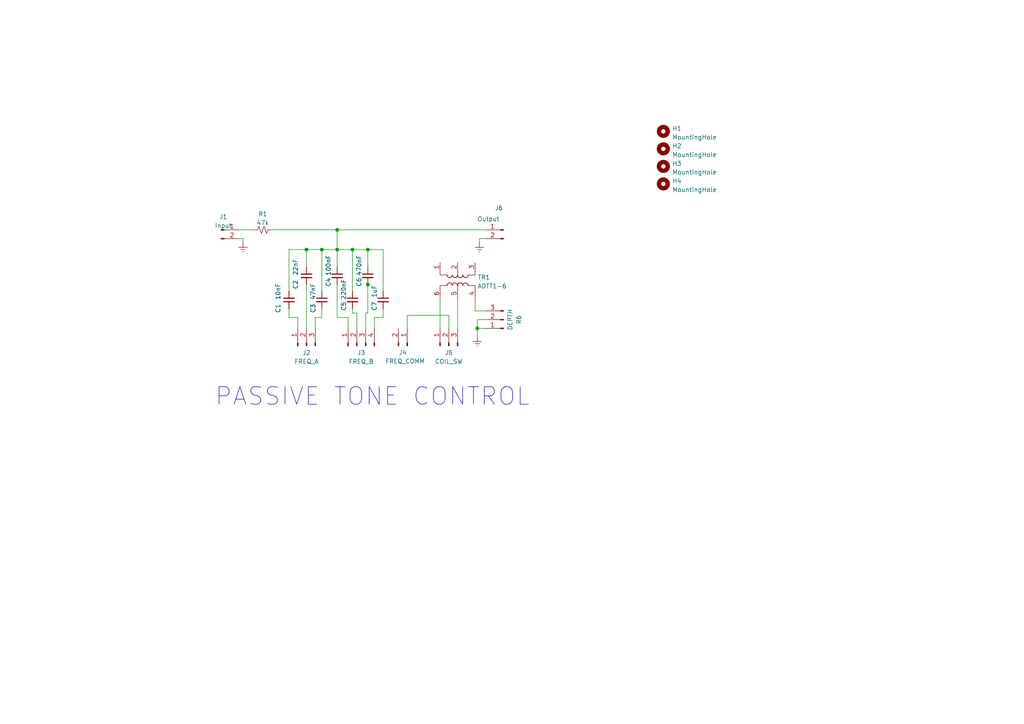
<source format=kicad_sch>
(kicad_sch (version 20211123) (generator eeschema)

  (uuid 8ec51121-6d80-4ad3-8ed7-33d09e783996)

  (paper "A4")

  (lib_symbols
    (symbol "Connector:Conn_01x02_Male" (pin_names (offset 1.016) hide) (in_bom yes) (on_board yes)
      (property "Reference" "J" (id 0) (at 0 2.54 0)
        (effects (font (size 1.27 1.27)))
      )
      (property "Value" "Conn_01x02_Male" (id 1) (at 0 -5.08 0)
        (effects (font (size 1.27 1.27)))
      )
      (property "Footprint" "" (id 2) (at 0 0 0)
        (effects (font (size 1.27 1.27)) hide)
      )
      (property "Datasheet" "~" (id 3) (at 0 0 0)
        (effects (font (size 1.27 1.27)) hide)
      )
      (property "ki_keywords" "connector" (id 4) (at 0 0 0)
        (effects (font (size 1.27 1.27)) hide)
      )
      (property "ki_description" "Generic connector, single row, 01x02, script generated (kicad-library-utils/schlib/autogen/connector/)" (id 5) (at 0 0 0)
        (effects (font (size 1.27 1.27)) hide)
      )
      (property "ki_fp_filters" "Connector*:*_1x??_*" (id 6) (at 0 0 0)
        (effects (font (size 1.27 1.27)) hide)
      )
      (symbol "Conn_01x02_Male_1_1"
        (polyline
          (pts
            (xy 1.27 -2.54)
            (xy 0.8636 -2.54)
          )
          (stroke (width 0.1524) (type default) (color 0 0 0 0))
          (fill (type none))
        )
        (polyline
          (pts
            (xy 1.27 0)
            (xy 0.8636 0)
          )
          (stroke (width 0.1524) (type default) (color 0 0 0 0))
          (fill (type none))
        )
        (rectangle (start 0.8636 -2.413) (end 0 -2.667)
          (stroke (width 0.1524) (type default) (color 0 0 0 0))
          (fill (type outline))
        )
        (rectangle (start 0.8636 0.127) (end 0 -0.127)
          (stroke (width 0.1524) (type default) (color 0 0 0 0))
          (fill (type outline))
        )
        (pin passive line (at 5.08 0 180) (length 3.81)
          (name "Pin_1" (effects (font (size 1.27 1.27))))
          (number "1" (effects (font (size 1.27 1.27))))
        )
        (pin passive line (at 5.08 -2.54 180) (length 3.81)
          (name "Pin_2" (effects (font (size 1.27 1.27))))
          (number "2" (effects (font (size 1.27 1.27))))
        )
      )
    )
    (symbol "Connector:Conn_01x03_Male" (pin_names (offset 1.016) hide) (in_bom yes) (on_board yes)
      (property "Reference" "J" (id 0) (at 0 5.08 0)
        (effects (font (size 1.27 1.27)))
      )
      (property "Value" "Conn_01x03_Male" (id 1) (at 0 -5.08 0)
        (effects (font (size 1.27 1.27)))
      )
      (property "Footprint" "" (id 2) (at 0 0 0)
        (effects (font (size 1.27 1.27)) hide)
      )
      (property "Datasheet" "~" (id 3) (at 0 0 0)
        (effects (font (size 1.27 1.27)) hide)
      )
      (property "ki_keywords" "connector" (id 4) (at 0 0 0)
        (effects (font (size 1.27 1.27)) hide)
      )
      (property "ki_description" "Generic connector, single row, 01x03, script generated (kicad-library-utils/schlib/autogen/connector/)" (id 5) (at 0 0 0)
        (effects (font (size 1.27 1.27)) hide)
      )
      (property "ki_fp_filters" "Connector*:*_1x??_*" (id 6) (at 0 0 0)
        (effects (font (size 1.27 1.27)) hide)
      )
      (symbol "Conn_01x03_Male_1_1"
        (polyline
          (pts
            (xy 1.27 -2.54)
            (xy 0.8636 -2.54)
          )
          (stroke (width 0.1524) (type default) (color 0 0 0 0))
          (fill (type none))
        )
        (polyline
          (pts
            (xy 1.27 0)
            (xy 0.8636 0)
          )
          (stroke (width 0.1524) (type default) (color 0 0 0 0))
          (fill (type none))
        )
        (polyline
          (pts
            (xy 1.27 2.54)
            (xy 0.8636 2.54)
          )
          (stroke (width 0.1524) (type default) (color 0 0 0 0))
          (fill (type none))
        )
        (rectangle (start 0.8636 -2.413) (end 0 -2.667)
          (stroke (width 0.1524) (type default) (color 0 0 0 0))
          (fill (type outline))
        )
        (rectangle (start 0.8636 0.127) (end 0 -0.127)
          (stroke (width 0.1524) (type default) (color 0 0 0 0))
          (fill (type outline))
        )
        (rectangle (start 0.8636 2.667) (end 0 2.413)
          (stroke (width 0.1524) (type default) (color 0 0 0 0))
          (fill (type outline))
        )
        (pin passive line (at 5.08 2.54 180) (length 3.81)
          (name "Pin_1" (effects (font (size 1.27 1.27))))
          (number "1" (effects (font (size 1.27 1.27))))
        )
        (pin passive line (at 5.08 0 180) (length 3.81)
          (name "Pin_2" (effects (font (size 1.27 1.27))))
          (number "2" (effects (font (size 1.27 1.27))))
        )
        (pin passive line (at 5.08 -2.54 180) (length 3.81)
          (name "Pin_3" (effects (font (size 1.27 1.27))))
          (number "3" (effects (font (size 1.27 1.27))))
        )
      )
    )
    (symbol "Connector:Conn_01x04_Male" (pin_names (offset 1.016) hide) (in_bom yes) (on_board yes)
      (property "Reference" "J" (id 0) (at 0 5.08 0)
        (effects (font (size 1.27 1.27)))
      )
      (property "Value" "Conn_01x04_Male" (id 1) (at 0 -7.62 0)
        (effects (font (size 1.27 1.27)))
      )
      (property "Footprint" "" (id 2) (at 0 0 0)
        (effects (font (size 1.27 1.27)) hide)
      )
      (property "Datasheet" "~" (id 3) (at 0 0 0)
        (effects (font (size 1.27 1.27)) hide)
      )
      (property "ki_keywords" "connector" (id 4) (at 0 0 0)
        (effects (font (size 1.27 1.27)) hide)
      )
      (property "ki_description" "Generic connector, single row, 01x04, script generated (kicad-library-utils/schlib/autogen/connector/)" (id 5) (at 0 0 0)
        (effects (font (size 1.27 1.27)) hide)
      )
      (property "ki_fp_filters" "Connector*:*_1x??_*" (id 6) (at 0 0 0)
        (effects (font (size 1.27 1.27)) hide)
      )
      (symbol "Conn_01x04_Male_1_1"
        (polyline
          (pts
            (xy 1.27 -5.08)
            (xy 0.8636 -5.08)
          )
          (stroke (width 0.1524) (type default) (color 0 0 0 0))
          (fill (type none))
        )
        (polyline
          (pts
            (xy 1.27 -2.54)
            (xy 0.8636 -2.54)
          )
          (stroke (width 0.1524) (type default) (color 0 0 0 0))
          (fill (type none))
        )
        (polyline
          (pts
            (xy 1.27 0)
            (xy 0.8636 0)
          )
          (stroke (width 0.1524) (type default) (color 0 0 0 0))
          (fill (type none))
        )
        (polyline
          (pts
            (xy 1.27 2.54)
            (xy 0.8636 2.54)
          )
          (stroke (width 0.1524) (type default) (color 0 0 0 0))
          (fill (type none))
        )
        (rectangle (start 0.8636 -4.953) (end 0 -5.207)
          (stroke (width 0.1524) (type default) (color 0 0 0 0))
          (fill (type outline))
        )
        (rectangle (start 0.8636 -2.413) (end 0 -2.667)
          (stroke (width 0.1524) (type default) (color 0 0 0 0))
          (fill (type outline))
        )
        (rectangle (start 0.8636 0.127) (end 0 -0.127)
          (stroke (width 0.1524) (type default) (color 0 0 0 0))
          (fill (type outline))
        )
        (rectangle (start 0.8636 2.667) (end 0 2.413)
          (stroke (width 0.1524) (type default) (color 0 0 0 0))
          (fill (type outline))
        )
        (pin passive line (at 5.08 2.54 180) (length 3.81)
          (name "Pin_1" (effects (font (size 1.27 1.27))))
          (number "1" (effects (font (size 1.27 1.27))))
        )
        (pin passive line (at 5.08 0 180) (length 3.81)
          (name "Pin_2" (effects (font (size 1.27 1.27))))
          (number "2" (effects (font (size 1.27 1.27))))
        )
        (pin passive line (at 5.08 -2.54 180) (length 3.81)
          (name "Pin_3" (effects (font (size 1.27 1.27))))
          (number "3" (effects (font (size 1.27 1.27))))
        )
        (pin passive line (at 5.08 -5.08 180) (length 3.81)
          (name "Pin_4" (effects (font (size 1.27 1.27))))
          (number "4" (effects (font (size 1.27 1.27))))
        )
      )
    )
    (symbol "Device:C_Small" (pin_numbers hide) (pin_names (offset 0.254) hide) (in_bom yes) (on_board yes)
      (property "Reference" "C" (id 0) (at 0.254 1.778 0)
        (effects (font (size 1.27 1.27)) (justify left))
      )
      (property "Value" "C_Small" (id 1) (at 0.254 -2.032 0)
        (effects (font (size 1.27 1.27)) (justify left))
      )
      (property "Footprint" "" (id 2) (at 0 0 0)
        (effects (font (size 1.27 1.27)) hide)
      )
      (property "Datasheet" "~" (id 3) (at 0 0 0)
        (effects (font (size 1.27 1.27)) hide)
      )
      (property "ki_keywords" "capacitor cap" (id 4) (at 0 0 0)
        (effects (font (size 1.27 1.27)) hide)
      )
      (property "ki_description" "Unpolarized capacitor, small symbol" (id 5) (at 0 0 0)
        (effects (font (size 1.27 1.27)) hide)
      )
      (property "ki_fp_filters" "C_*" (id 6) (at 0 0 0)
        (effects (font (size 1.27 1.27)) hide)
      )
      (symbol "C_Small_0_1"
        (polyline
          (pts
            (xy -1.524 -0.508)
            (xy 1.524 -0.508)
          )
          (stroke (width 0.3302) (type default) (color 0 0 0 0))
          (fill (type none))
        )
        (polyline
          (pts
            (xy -1.524 0.508)
            (xy 1.524 0.508)
          )
          (stroke (width 0.3048) (type default) (color 0 0 0 0))
          (fill (type none))
        )
      )
      (symbol "C_Small_1_1"
        (pin passive line (at 0 2.54 270) (length 2.032)
          (name "~" (effects (font (size 1.27 1.27))))
          (number "1" (effects (font (size 1.27 1.27))))
        )
        (pin passive line (at 0 -2.54 90) (length 2.032)
          (name "~" (effects (font (size 1.27 1.27))))
          (number "2" (effects (font (size 1.27 1.27))))
        )
      )
    )
    (symbol "Device:R_Small_US" (pin_numbers hide) (pin_names (offset 0.254) hide) (in_bom yes) (on_board yes)
      (property "Reference" "R" (id 0) (at 0.762 0.508 0)
        (effects (font (size 1.27 1.27)) (justify left))
      )
      (property "Value" "R_Small_US" (id 1) (at 0.762 -1.016 0)
        (effects (font (size 1.27 1.27)) (justify left))
      )
      (property "Footprint" "" (id 2) (at 0 0 0)
        (effects (font (size 1.27 1.27)) hide)
      )
      (property "Datasheet" "~" (id 3) (at 0 0 0)
        (effects (font (size 1.27 1.27)) hide)
      )
      (property "ki_keywords" "r resistor" (id 4) (at 0 0 0)
        (effects (font (size 1.27 1.27)) hide)
      )
      (property "ki_description" "Resistor, small US symbol" (id 5) (at 0 0 0)
        (effects (font (size 1.27 1.27)) hide)
      )
      (property "ki_fp_filters" "R_*" (id 6) (at 0 0 0)
        (effects (font (size 1.27 1.27)) hide)
      )
      (symbol "R_Small_US_1_1"
        (polyline
          (pts
            (xy 0 0)
            (xy 1.016 -0.381)
            (xy 0 -0.762)
            (xy -1.016 -1.143)
            (xy 0 -1.524)
          )
          (stroke (width 0) (type default) (color 0 0 0 0))
          (fill (type none))
        )
        (polyline
          (pts
            (xy 0 1.524)
            (xy 1.016 1.143)
            (xy 0 0.762)
            (xy -1.016 0.381)
            (xy 0 0)
          )
          (stroke (width 0) (type default) (color 0 0 0 0))
          (fill (type none))
        )
        (pin passive line (at 0 2.54 270) (length 1.016)
          (name "~" (effects (font (size 1.27 1.27))))
          (number "1" (effects (font (size 1.27 1.27))))
        )
        (pin passive line (at 0 -2.54 90) (length 1.016)
          (name "~" (effects (font (size 1.27 1.27))))
          (number "2" (effects (font (size 1.27 1.27))))
        )
      )
    )
    (symbol "Mechanical:MountingHole" (pin_names (offset 1.016)) (in_bom yes) (on_board yes)
      (property "Reference" "H" (id 0) (at 0 5.08 0)
        (effects (font (size 1.27 1.27)))
      )
      (property "Value" "MountingHole" (id 1) (at 0 3.175 0)
        (effects (font (size 1.27 1.27)))
      )
      (property "Footprint" "" (id 2) (at 0 0 0)
        (effects (font (size 1.27 1.27)) hide)
      )
      (property "Datasheet" "~" (id 3) (at 0 0 0)
        (effects (font (size 1.27 1.27)) hide)
      )
      (property "ki_keywords" "mounting hole" (id 4) (at 0 0 0)
        (effects (font (size 1.27 1.27)) hide)
      )
      (property "ki_description" "Mounting Hole without connection" (id 5) (at 0 0 0)
        (effects (font (size 1.27 1.27)) hide)
      )
      (property "ki_fp_filters" "MountingHole*" (id 6) (at 0 0 0)
        (effects (font (size 1.27 1.27)) hide)
      )
      (symbol "MountingHole_0_1"
        (circle (center 0 0) (radius 1.27)
          (stroke (width 1.27) (type default) (color 0 0 0 0))
          (fill (type none))
        )
      )
    )
    (symbol "Transformer:ADTT1-6" (pin_names hide) (in_bom yes) (on_board yes)
      (property "Reference" "TR" (id 0) (at 0 6.35 0)
        (effects (font (size 1.27 1.27)))
      )
      (property "Value" "ADTT1-6" (id 1) (at 0 -6.35 0)
        (effects (font (size 1.27 1.27)))
      )
      (property "Footprint" "RF_Mini-Circuits:Mini-Circuits_CD637_H5.23mm" (id 2) (at 0 -8.89 0)
        (effects (font (size 1.27 1.27)) hide)
      )
      (property "Datasheet" "https://www.minicircuits.com/pdfs/ADTT1-6+.pdf" (id 3) (at 0 0 0)
        (effects (font (size 1.27 1.27)) hide)
      )
      (property "ki_keywords" "Mini-Circuits RF Transformer" (id 4) (at 0 0 0)
        (effects (font (size 1.27 1.27)) hide)
      )
      (property "ki_description" "0.015-100MHz 1:1 RF Transformer, Unbalanced to Balanced Center Tap at Primary/Secondary, CD637" (id 5) (at 0 0 0)
        (effects (font (size 1.27 1.27)) hide)
      )
      (property "ki_fp_filters" "Mini?Circuits*CD637*" (id 6) (at 0 0 0)
        (effects (font (size 1.27 1.27)) hide)
      )
      (symbol "ADTT1-6_0_1"
        (arc (start -1.524 -3.048) (mid -0.762 -2.286) (end -1.524 -1.524)
          (stroke (width 0.2032) (type default) (color 0 0 0 0))
          (fill (type none))
        )
        (arc (start -1.524 -1.524) (mid -0.762 -0.762) (end -1.524 0)
          (stroke (width 0.2032) (type default) (color 0 0 0 0))
          (fill (type none))
        )
        (arc (start -1.524 0) (mid -0.762 0.762) (end -1.524 1.524)
          (stroke (width 0.2032) (type default) (color 0 0 0 0))
          (fill (type none))
        )
        (arc (start -1.524 1.524) (mid -0.762 2.286) (end -1.524 3.048)
          (stroke (width 0.2032) (type default) (color 0 0 0 0))
          (fill (type none))
        )
        (polyline
          (pts
            (xy -2.54 0)
            (xy -1.27 0)
          )
          (stroke (width 0) (type default) (color 0 0 0 0))
          (fill (type none))
        )
        (polyline
          (pts
            (xy 2.54 0)
            (xy 1.27 0)
          )
          (stroke (width 0.1524) (type default) (color 0 0 0 0))
          (fill (type none))
        )
        (polyline
          (pts
            (xy -2.54 5.08)
            (xy -1.524 5.08)
            (xy -1.524 3.048)
          )
          (stroke (width 0.1524) (type default) (color 0 0 0 0))
          (fill (type none))
        )
        (polyline
          (pts
            (xy -1.524 -3.048)
            (xy -1.524 -5.08)
            (xy -2.54 -5.08)
          )
          (stroke (width 0.1524) (type default) (color 0 0 0 0))
          (fill (type none))
        )
        (polyline
          (pts
            (xy 1.524 3.048)
            (xy 1.524 5.08)
            (xy 2.54 5.08)
          )
          (stroke (width 0.1524) (type default) (color 0 0 0 0))
          (fill (type none))
        )
        (polyline
          (pts
            (xy 2.54 -5.08)
            (xy 1.524 -5.08)
            (xy 1.524 -3.048)
          )
          (stroke (width 0.1524) (type default) (color 0 0 0 0))
          (fill (type none))
        )
        (arc (start 1.524 -1.524) (mid 0.762 -2.286) (end 1.524 -3.048)
          (stroke (width 0.2032) (type default) (color 0 0 0 0))
          (fill (type none))
        )
        (arc (start 1.524 0) (mid 0.762 -0.762) (end 1.524 -1.524)
          (stroke (width 0.2032) (type default) (color 0 0 0 0))
          (fill (type none))
        )
        (arc (start 1.524 1.524) (mid 0.762 0.762) (end 1.524 0)
          (stroke (width 0.2032) (type default) (color 0 0 0 0))
          (fill (type none))
        )
        (arc (start 1.524 3.048) (mid 0.762 2.286) (end 1.524 1.524)
          (stroke (width 0.2032) (type default) (color 0 0 0 0))
          (fill (type none))
        )
      )
      (symbol "ADTT1-6_1_1"
        (pin passive line (at -5.08 -5.08 0) (length 2.54)
          (name "~" (effects (font (size 1.27 1.27))))
          (number "1" (effects (font (size 1.27 1.27))))
        )
        (pin passive line (at -5.08 0 0) (length 2.54)
          (name "~" (effects (font (size 1.27 1.27))))
          (number "2" (effects (font (size 1.27 1.27))))
        )
        (pin passive line (at -5.08 5.08 0) (length 2.54)
          (name "~" (effects (font (size 1.27 1.27))))
          (number "3" (effects (font (size 1.27 1.27))))
        )
        (pin passive line (at 5.08 5.08 180) (length 2.54)
          (name "~" (effects (font (size 1.27 1.27))))
          (number "4" (effects (font (size 1.27 1.27))))
        )
        (pin passive line (at 5.08 0 180) (length 2.54)
          (name "~" (effects (font (size 1.27 1.27))))
          (number "5" (effects (font (size 1.27 1.27))))
        )
        (pin passive line (at 5.08 -5.08 180) (length 2.54)
          (name "~" (effects (font (size 1.27 1.27))))
          (number "6" (effects (font (size 1.27 1.27))))
        )
      )
    )
    (symbol "power:Earth" (power) (pin_names (offset 0)) (in_bom yes) (on_board yes)
      (property "Reference" "#PWR" (id 0) (at 0 -6.35 0)
        (effects (font (size 1.27 1.27)) hide)
      )
      (property "Value" "Earth" (id 1) (at 0 -3.81 0)
        (effects (font (size 1.27 1.27)) hide)
      )
      (property "Footprint" "" (id 2) (at 0 0 0)
        (effects (font (size 1.27 1.27)) hide)
      )
      (property "Datasheet" "~" (id 3) (at 0 0 0)
        (effects (font (size 1.27 1.27)) hide)
      )
      (property "ki_keywords" "power-flag ground gnd" (id 4) (at 0 0 0)
        (effects (font (size 1.27 1.27)) hide)
      )
      (property "ki_description" "Power symbol creates a global label with name \"Earth\"" (id 5) (at 0 0 0)
        (effects (font (size 1.27 1.27)) hide)
      )
      (symbol "Earth_0_1"
        (polyline
          (pts
            (xy -0.635 -1.905)
            (xy 0.635 -1.905)
          )
          (stroke (width 0) (type default) (color 0 0 0 0))
          (fill (type none))
        )
        (polyline
          (pts
            (xy -0.127 -2.54)
            (xy 0.127 -2.54)
          )
          (stroke (width 0) (type default) (color 0 0 0 0))
          (fill (type none))
        )
        (polyline
          (pts
            (xy 0 -1.27)
            (xy 0 0)
          )
          (stroke (width 0) (type default) (color 0 0 0 0))
          (fill (type none))
        )
        (polyline
          (pts
            (xy 1.27 -1.27)
            (xy -1.27 -1.27)
          )
          (stroke (width 0) (type default) (color 0 0 0 0))
          (fill (type none))
        )
      )
      (symbol "Earth_1_1"
        (pin power_in line (at 0 0 270) (length 0) hide
          (name "Earth" (effects (font (size 1.27 1.27))))
          (number "1" (effects (font (size 1.27 1.27))))
        )
      )
    )
  )

  (junction (at 106.68 82.55) (diameter 0) (color 0 0 0 0)
    (uuid 38a975a4-f38d-442d-a249-d57ccf3fcfc4)
  )
  (junction (at 106.68 72.39) (diameter 0) (color 0 0 0 0)
    (uuid 72705d50-abf7-42a2-ad2f-451bbcf24704)
  )
  (junction (at 138.43 95.25) (diameter 0) (color 0 0 0 0)
    (uuid 8506540d-88f2-49af-8960-51cdbf6b92bf)
  )
  (junction (at 97.79 72.39) (diameter 0) (color 0 0 0 0)
    (uuid aa8d97d0-cef9-4037-83ee-efcacf407393)
  )
  (junction (at 97.79 66.675) (diameter 0) (color 0 0 0 0)
    (uuid c075f656-2cd5-4d47-8e27-bf419b8b5b4a)
  )
  (junction (at 93.345 72.39) (diameter 0) (color 0 0 0 0)
    (uuid cbbd11a0-0d0b-45a4-8113-89933d363077)
  )
  (junction (at 102.235 72.39) (diameter 0) (color 0 0 0 0)
    (uuid e2d52a27-0c62-4a70-9409-abaeff56ceef)
  )
  (junction (at 88.9 72.39) (diameter 0) (color 0 0 0 0)
    (uuid e422567b-086b-44e6-9ac5-c5e900652b7f)
  )

  (wire (pts (xy 83.82 89.535) (xy 83.82 92.075))
    (stroke (width 0) (type default) (color 0 0 0 0))
    (uuid 01664450-e581-4ed7-a559-059ed3310b9c)
  )
  (wire (pts (xy 138.43 95.25) (xy 140.97 95.25))
    (stroke (width 0) (type default) (color 0 0 0 0))
    (uuid 0560dee9-5e89-4f8b-96ea-b97ddaeaa0f7)
  )
  (wire (pts (xy 93.345 92.075) (xy 91.44 92.075))
    (stroke (width 0) (type default) (color 0 0 0 0))
    (uuid 0a5e0e08-543a-45e4-959e-509ead423ccd)
  )
  (wire (pts (xy 88.9 82.55) (xy 88.9 95.25))
    (stroke (width 0) (type default) (color 0 0 0 0))
    (uuid 0f2dd4ce-f34c-4149-82dd-a40dd022416a)
  )
  (wire (pts (xy 86.36 92.075) (xy 86.36 95.25))
    (stroke (width 0) (type default) (color 0 0 0 0))
    (uuid 0fd8a72f-1d0b-409a-8e3c-88802bcae008)
  )
  (wire (pts (xy 88.9 72.39) (xy 93.345 72.39))
    (stroke (width 0) (type default) (color 0 0 0 0))
    (uuid 16f193ee-06a2-4ccf-8156-e4ab8e890eae)
  )
  (wire (pts (xy 97.79 92.075) (xy 100.965 92.075))
    (stroke (width 0) (type default) (color 0 0 0 0))
    (uuid 1f91edaa-b855-4e39-9ea0-34aee5dfb8b8)
  )
  (wire (pts (xy 106.68 81.915) (xy 106.68 82.55))
    (stroke (width 0) (type default) (color 0 0 0 0))
    (uuid 25cb09b4-72c3-425e-8bdf-3a9debc48d2e)
  )
  (wire (pts (xy 106.68 72.39) (xy 111.125 72.39))
    (stroke (width 0) (type default) (color 0 0 0 0))
    (uuid 325db192-d959-48e2-988b-e74099ef112d)
  )
  (wire (pts (xy 97.79 66.675) (xy 140.97 66.675))
    (stroke (width 0) (type default) (color 0 0 0 0))
    (uuid 3fff8a70-90fd-47e6-b4c3-deba71cc0ee4)
  )
  (wire (pts (xy 106.68 82.55) (xy 106.68 90.805))
    (stroke (width 0) (type default) (color 0 0 0 0))
    (uuid 4344ec0f-a4cf-4267-9c19-34c60dcd1d82)
  )
  (wire (pts (xy 130.175 91.44) (xy 118.11 91.44))
    (stroke (width 0) (type default) (color 0 0 0 0))
    (uuid 4a1a3798-6e5d-4e0d-8e84-6678ba92d707)
  )
  (wire (pts (xy 140.97 69.215) (xy 139.065 69.215))
    (stroke (width 0) (type default) (color 0 0 0 0))
    (uuid 4d580b47-4208-4342-8b73-2d43f7c84445)
  )
  (wire (pts (xy 106.68 90.805) (xy 106.045 90.805))
    (stroke (width 0) (type default) (color 0 0 0 0))
    (uuid 4f3e01e7-200f-4ab9-b521-218d9cb73764)
  )
  (wire (pts (xy 91.44 92.075) (xy 91.44 95.25))
    (stroke (width 0) (type default) (color 0 0 0 0))
    (uuid 55b9b5b2-205e-4da3-bfed-849f7d4660cc)
  )
  (wire (pts (xy 102.235 72.39) (xy 106.68 72.39))
    (stroke (width 0) (type default) (color 0 0 0 0))
    (uuid 57a46e09-4034-47e1-83da-cab1ba6fc0ed)
  )
  (wire (pts (xy 140.97 90.17) (xy 137.795 90.17))
    (stroke (width 0) (type default) (color 0 0 0 0))
    (uuid 629cba25-81bf-4d53-b375-fafdbacec8d6)
  )
  (wire (pts (xy 97.79 72.39) (xy 102.235 72.39))
    (stroke (width 0) (type default) (color 0 0 0 0))
    (uuid 68f3458b-a128-4c57-929c-69dccf34fcfc)
  )
  (wire (pts (xy 70.485 69.215) (xy 70.485 70.485))
    (stroke (width 0) (type default) (color 0 0 0 0))
    (uuid 78774a1b-1719-40d8-a58c-041dc213c899)
  )
  (wire (pts (xy 130.175 95.25) (xy 130.175 91.44))
    (stroke (width 0) (type default) (color 0 0 0 0))
    (uuid 813aca0c-cf17-4ea4-812a-fa728231c338)
  )
  (wire (pts (xy 97.79 72.39) (xy 97.79 77.47))
    (stroke (width 0) (type default) (color 0 0 0 0))
    (uuid 821b532c-ff47-480b-ae83-4dd9291554a1)
  )
  (wire (pts (xy 108.585 92.075) (xy 111.125 92.075))
    (stroke (width 0) (type default) (color 0 0 0 0))
    (uuid 84cbe232-73a2-46e8-9a21-6b147c0816c4)
  )
  (wire (pts (xy 139.065 69.215) (xy 139.065 70.485))
    (stroke (width 0) (type default) (color 0 0 0 0))
    (uuid 870660cd-a3a9-4c50-85cc-5fc69c6dfb59)
  )
  (wire (pts (xy 83.82 72.39) (xy 88.9 72.39))
    (stroke (width 0) (type default) (color 0 0 0 0))
    (uuid 87d35638-324b-41bb-81d8-9a3073eba30f)
  )
  (wire (pts (xy 137.795 90.17) (xy 137.795 86.36))
    (stroke (width 0) (type default) (color 0 0 0 0))
    (uuid 8f9e37b5-6f33-475f-93d7-cb9c528b5782)
  )
  (wire (pts (xy 138.43 95.25) (xy 138.43 97.79))
    (stroke (width 0) (type default) (color 0 0 0 0))
    (uuid 91901c03-3593-4665-8092-bdea7f2b715a)
  )
  (wire (pts (xy 111.125 72.39) (xy 111.125 84.455))
    (stroke (width 0) (type default) (color 0 0 0 0))
    (uuid 9453f3b0-6e52-4eb4-8f2a-d1ec442ded2f)
  )
  (wire (pts (xy 102.235 90.805) (xy 103.505 90.805))
    (stroke (width 0) (type default) (color 0 0 0 0))
    (uuid 94d3c9f3-d5bd-4e43-a9e5-aec2ccf8fc39)
  )
  (wire (pts (xy 106.045 90.805) (xy 106.045 95.25))
    (stroke (width 0) (type default) (color 0 0 0 0))
    (uuid 9b787fdc-6708-4eb1-9e94-0ffc32cce781)
  )
  (wire (pts (xy 102.235 89.535) (xy 102.235 90.805))
    (stroke (width 0) (type default) (color 0 0 0 0))
    (uuid 9bc19239-cfea-4397-bb49-dfd573011687)
  )
  (wire (pts (xy 132.715 86.36) (xy 132.715 95.25))
    (stroke (width 0) (type default) (color 0 0 0 0))
    (uuid a57b4d38-4f9e-4ad0-9f55-1f2e34afe032)
  )
  (wire (pts (xy 106.68 72.39) (xy 106.68 77.47))
    (stroke (width 0) (type default) (color 0 0 0 0))
    (uuid a8953369-2076-46fd-9467-a80acbc7b3e7)
  )
  (wire (pts (xy 138.43 92.71) (xy 138.43 95.25))
    (stroke (width 0) (type default) (color 0 0 0 0))
    (uuid a9fa43f8-4de6-4621-9f9e-29c5b7a65615)
  )
  (wire (pts (xy 140.97 92.71) (xy 138.43 92.71))
    (stroke (width 0) (type default) (color 0 0 0 0))
    (uuid afc850a9-014b-4af2-8b9a-e6d76451dee4)
  )
  (wire (pts (xy 111.125 89.535) (xy 111.125 92.075))
    (stroke (width 0) (type default) (color 0 0 0 0))
    (uuid b197e821-5c6e-488c-87fc-b6efc60fdd97)
  )
  (wire (pts (xy 88.9 72.39) (xy 88.9 77.47))
    (stroke (width 0) (type default) (color 0 0 0 0))
    (uuid b29eed83-a046-4176-adaa-47235b6728eb)
  )
  (wire (pts (xy 78.74 66.675) (xy 97.79 66.675))
    (stroke (width 0) (type default) (color 0 0 0 0))
    (uuid b3062374-f30a-4465-a40d-af5bf64cc273)
  )
  (wire (pts (xy 118.11 91.44) (xy 118.11 95.25))
    (stroke (width 0) (type default) (color 0 0 0 0))
    (uuid b6be720c-4812-4dee-aae7-4a917a122724)
  )
  (wire (pts (xy 83.82 92.075) (xy 86.36 92.075))
    (stroke (width 0) (type default) (color 0 0 0 0))
    (uuid c2a262dc-8e1a-4d6b-b105-260a9e33955c)
  )
  (wire (pts (xy 69.215 69.215) (xy 70.485 69.215))
    (stroke (width 0) (type default) (color 0 0 0 0))
    (uuid c2cffb9a-5b55-4886-89b5-5968c17d036a)
  )
  (wire (pts (xy 108.585 95.25) (xy 108.585 92.075))
    (stroke (width 0) (type default) (color 0 0 0 0))
    (uuid c42e0606-11fe-4d67-a416-83ab93708e91)
  )
  (wire (pts (xy 93.345 89.535) (xy 93.345 92.075))
    (stroke (width 0) (type default) (color 0 0 0 0))
    (uuid c664eaec-79f4-4f5d-a53f-fb89fefe43d0)
  )
  (wire (pts (xy 103.505 90.805) (xy 103.505 95.25))
    (stroke (width 0) (type default) (color 0 0 0 0))
    (uuid c68b65a6-3c42-47c9-8ab9-e2457dca7d66)
  )
  (wire (pts (xy 83.82 84.455) (xy 83.82 72.39))
    (stroke (width 0) (type default) (color 0 0 0 0))
    (uuid d82ca499-e520-4c97-b203-581289718aad)
  )
  (wire (pts (xy 97.79 82.55) (xy 97.79 92.075))
    (stroke (width 0) (type default) (color 0 0 0 0))
    (uuid d87663dc-2295-4afd-bb70-661d535472d2)
  )
  (wire (pts (xy 97.79 66.675) (xy 97.79 72.39))
    (stroke (width 0) (type default) (color 0 0 0 0))
    (uuid daef6886-52c6-43fc-bda0-626c93c532b5)
  )
  (wire (pts (xy 69.215 66.675) (xy 73.66 66.675))
    (stroke (width 0) (type default) (color 0 0 0 0))
    (uuid db0a3deb-fa1c-4b24-b358-d9b902a3ab61)
  )
  (wire (pts (xy 127.635 86.36) (xy 127.635 95.25))
    (stroke (width 0) (type default) (color 0 0 0 0))
    (uuid dc79bb76-74c6-433a-8094-37807717421e)
  )
  (wire (pts (xy 102.235 72.39) (xy 102.235 84.455))
    (stroke (width 0) (type default) (color 0 0 0 0))
    (uuid dd0f7cd7-9d88-4df0-8a6c-97cc698b81b9)
  )
  (wire (pts (xy 100.965 92.075) (xy 100.965 95.25))
    (stroke (width 0) (type default) (color 0 0 0 0))
    (uuid ddfa9deb-8daf-41c5-8687-84af890ff51a)
  )
  (wire (pts (xy 93.345 72.39) (xy 97.79 72.39))
    (stroke (width 0) (type default) (color 0 0 0 0))
    (uuid e22ef593-abb1-49eb-8a3d-86106db3b049)
  )
  (wire (pts (xy 93.345 72.39) (xy 93.345 84.455))
    (stroke (width 0) (type default) (color 0 0 0 0))
    (uuid e97b4a2f-d6b6-4569-95ce-0aaccc85ae2f)
  )

  (text "PASSIVE TONE CONTROL\n" (at 62.23 118.11 0)
    (effects (font (size 5.08 5.08)) (justify left bottom))
    (uuid b72525f6-fc79-4d86-bb74-e46af18329b1)
  )

  (symbol (lib_id "Mechanical:MountingHole") (at 192.405 38.1 0) (unit 1)
    (in_bom yes) (on_board yes) (fields_autoplaced)
    (uuid 1747b95b-a3a9-4369-a753-10c4ea8e4c0f)
    (property "Reference" "H1" (id 0) (at 194.945 37.2653 0)
      (effects (font (size 1.27 1.27)) (justify left))
    )
    (property "Value" "MountingHole" (id 1) (at 194.945 39.8022 0)
      (effects (font (size 1.27 1.27)) (justify left))
    )
    (property "Footprint" "MountingHole:MountingHole_3.2mm_M3_DIN965_Pad" (id 2) (at 192.405 38.1 0)
      (effects (font (size 1.27 1.27)) hide)
    )
    (property "Datasheet" "~" (id 3) (at 192.405 38.1 0)
      (effects (font (size 1.27 1.27)) hide)
    )
  )

  (symbol (lib_id "Device:C_Small") (at 83.82 86.995 180) (unit 1)
    (in_bom yes) (on_board yes)
    (uuid 51821289-9332-4891-85a1-3489294ba463)
    (property "Reference" "C1" (id 0) (at 80.645 90.805 90)
      (effects (font (size 1.27 1.27)) (justify right))
    )
    (property "Value" "10nF" (id 1) (at 80.645 86.995 90)
      (effects (font (size 1.27 1.27)) (justify right))
    )
    (property "Footprint" "Capacitor_THT:C_Disc_D5.0mm_W2.5mm_P5.00mm" (id 2) (at 83.82 86.995 0)
      (effects (font (size 1.27 1.27)) hide)
    )
    (property "Datasheet" "~" (id 3) (at 83.82 86.995 0)
      (effects (font (size 1.27 1.27)) hide)
    )
    (pin "1" (uuid bfc4086b-1d9f-4116-b19a-11a16b799d8b))
    (pin "2" (uuid 63214c51-1bcc-48e7-b725-a1f05d6bee32))
  )

  (symbol (lib_id "Device:C_Small") (at 88.9 80.01 0) (unit 1)
    (in_bom yes) (on_board yes)
    (uuid 53777e42-10e5-493a-84ba-328e70293d8c)
    (property "Reference" "C2" (id 0) (at 85.725 82.55 90))
    (property "Value" "22nF" (id 1) (at 85.725 77.47 90))
    (property "Footprint" "Capacitor_THT:C_Disc_D5.0mm_W2.5mm_P5.00mm" (id 2) (at 88.9 80.01 0)
      (effects (font (size 1.27 1.27)) hide)
    )
    (property "Datasheet" "~" (id 3) (at 88.9 80.01 0)
      (effects (font (size 1.27 1.27)) hide)
    )
    (pin "1" (uuid aab8b87e-e708-4b6c-b15d-3f6bcd7edfe8))
    (pin "2" (uuid 65501a6c-6b3d-4546-82f8-bb95fe2f993c))
  )

  (symbol (lib_id "Connector:Conn_01x04_Male") (at 103.505 100.33 90) (unit 1)
    (in_bom yes) (on_board yes) (fields_autoplaced)
    (uuid 57987808-3d99-41d5-b55e-cc26244e780e)
    (property "Reference" "J3" (id 0) (at 104.775 102.3096 90))
    (property "Value" "FREQ_B" (id 1) (at 104.775 104.8465 90))
    (property "Footprint" "Connector_Molex:Molex_SL_171971-0004_1x04_P2.54mm_Vertical" (id 2) (at 103.505 100.33 0)
      (effects (font (size 1.27 1.27)) hide)
    )
    (property "Datasheet" "~" (id 3) (at 103.505 100.33 0)
      (effects (font (size 1.27 1.27)) hide)
    )
    (pin "1" (uuid 39bca226-bb97-450a-bd86-1691950ddff2))
    (pin "2" (uuid 305251f3-a2f2-4bb0-be74-26c152304e76))
    (pin "3" (uuid 474bd246-9f32-46c9-b760-b35f0b88ea31))
    (pin "4" (uuid 58cc5a33-50d0-4114-afcb-bfbf6406e03f))
  )

  (symbol (lib_id "Mechanical:MountingHole") (at 192.405 43.18 0) (unit 1)
    (in_bom yes) (on_board yes) (fields_autoplaced)
    (uuid 6a37c2dc-fa7f-45bc-9598-84e76fb879f9)
    (property "Reference" "H2" (id 0) (at 194.945 42.3453 0)
      (effects (font (size 1.27 1.27)) (justify left))
    )
    (property "Value" "MountingHole" (id 1) (at 194.945 44.8822 0)
      (effects (font (size 1.27 1.27)) (justify left))
    )
    (property "Footprint" "MountingHole:MountingHole_3.2mm_M3_DIN965_Pad" (id 2) (at 192.405 43.18 0)
      (effects (font (size 1.27 1.27)) hide)
    )
    (property "Datasheet" "~" (id 3) (at 192.405 43.18 0)
      (effects (font (size 1.27 1.27)) hide)
    )
  )

  (symbol (lib_id "Connector:Conn_01x02_Male") (at 64.135 66.675 0) (unit 1)
    (in_bom yes) (on_board yes) (fields_autoplaced)
    (uuid 6b49d5e2-2515-4576-98ee-d88471dfa6ee)
    (property "Reference" "J1" (id 0) (at 64.77 62.899 0))
    (property "Value" "Input" (id 1) (at 64.77 65.4359 0))
    (property "Footprint" "Connector_Molex:Molex_SL_171971-0002_1x02_P2.54mm_Vertical" (id 2) (at 64.135 66.675 0)
      (effects (font (size 1.27 1.27)) hide)
    )
    (property "Datasheet" "~" (id 3) (at 64.135 66.675 0)
      (effects (font (size 1.27 1.27)) hide)
    )
    (pin "1" (uuid 2f66f06e-3efe-4576-bed9-6c32543b4dff))
    (pin "2" (uuid d9c26ec6-2bee-4319-b70e-28c5b933f9d3))
  )

  (symbol (lib_id "Device:C_Small") (at 93.345 86.995 0) (unit 1)
    (in_bom yes) (on_board yes)
    (uuid 6d57fe15-6742-49bb-bb69-cf5efac67428)
    (property "Reference" "C3" (id 0) (at 90.805 90.805 90)
      (effects (font (size 1.27 1.27)) (justify left))
    )
    (property "Value" "47nF" (id 1) (at 90.805 86.995 90)
      (effects (font (size 1.27 1.27)) (justify left))
    )
    (property "Footprint" "Capacitor_THT:C_Disc_D5.0mm_W2.5mm_P5.00mm" (id 2) (at 93.345 86.995 0)
      (effects (font (size 1.27 1.27)) hide)
    )
    (property "Datasheet" "~" (id 3) (at 93.345 86.995 0)
      (effects (font (size 1.27 1.27)) hide)
    )
    (pin "1" (uuid 2eb53f57-ef48-4a96-a277-dd172845589d))
    (pin "2" (uuid 6538ab1d-53f1-4a66-9775-884e5ab3e5b6))
  )

  (symbol (lib_id "Connector:Conn_01x03_Male") (at 146.05 92.71 180) (unit 1)
    (in_bom yes) (on_board yes)
    (uuid 854155d4-d606-4772-8770-9158b1cdf63e)
    (property "Reference" "R6" (id 0) (at 150.495 92.71 90))
    (property "Value" "DEPTH" (id 1) (at 147.955 92.71 90))
    (property "Footprint" "Connector_Molex:Molex_SL_171971-0003_1x03_P2.54mm_Vertical" (id 2) (at 146.05 92.71 0)
      (effects (font (size 1.27 1.27)) hide)
    )
    (property "Datasheet" "~" (id 3) (at 146.05 92.71 0)
      (effects (font (size 1.27 1.27)) hide)
    )
    (pin "1" (uuid d626705f-2a22-4cbb-ad6f-803442fa836f))
    (pin "2" (uuid c414c675-93ac-427a-bfc8-9ab840cca668))
    (pin "3" (uuid b154af1a-c330-4974-9e47-c33dfd361366))
  )

  (symbol (lib_id "Device:C_Small") (at 106.68 80.01 0) (unit 1)
    (in_bom yes) (on_board yes)
    (uuid 8785d70c-d451-4fa7-becc-ca8dcda12c97)
    (property "Reference" "C6" (id 0) (at 104.14 83.185 90)
      (effects (font (size 1.27 1.27)) (justify left))
    )
    (property "Value" "470nF" (id 1) (at 104.14 80.01 90)
      (effects (font (size 1.27 1.27)) (justify left))
    )
    (property "Footprint" "Capacitor_THT:C_Disc_D5.0mm_W2.5mm_P5.00mm" (id 2) (at 106.68 80.01 0)
      (effects (font (size 1.27 1.27)) hide)
    )
    (property "Datasheet" "~" (id 3) (at 106.68 80.01 0)
      (effects (font (size 1.27 1.27)) hide)
    )
    (pin "1" (uuid f28a1888-092e-4b73-bea9-354db3d91507))
    (pin "2" (uuid d7cd2b62-76f2-4da7-be8e-4c001766fc69))
  )

  (symbol (lib_id "power:Earth") (at 70.485 70.485 0) (unit 1)
    (in_bom yes) (on_board yes) (fields_autoplaced)
    (uuid 89c4489a-7640-4ebe-8809-f4018a42b852)
    (property "Reference" "#PWR01" (id 0) (at 70.485 76.835 0)
      (effects (font (size 1.27 1.27)) hide)
    )
    (property "Value" "Earth" (id 1) (at 70.485 74.295 0)
      (effects (font (size 1.27 1.27)) hide)
    )
    (property "Footprint" "" (id 2) (at 70.485 70.485 0)
      (effects (font (size 1.27 1.27)) hide)
    )
    (property "Datasheet" "~" (id 3) (at 70.485 70.485 0)
      (effects (font (size 1.27 1.27)) hide)
    )
    (pin "1" (uuid 28134e62-2238-4c72-8607-c2589646518d))
  )

  (symbol (lib_id "Device:C_Small") (at 102.235 86.995 0) (unit 1)
    (in_bom yes) (on_board yes)
    (uuid 8e4bb486-29e6-49b9-8882-335944a022b1)
    (property "Reference" "C5" (id 0) (at 99.695 90.17 90)
      (effects (font (size 1.27 1.27)) (justify left))
    )
    (property "Value" "220nF" (id 1) (at 99.695 86.995 90)
      (effects (font (size 1.27 1.27)) (justify left))
    )
    (property "Footprint" "Capacitor_THT:C_Disc_D5.0mm_W2.5mm_P5.00mm" (id 2) (at 102.235 86.995 0)
      (effects (font (size 1.27 1.27)) hide)
    )
    (property "Datasheet" "~" (id 3) (at 102.235 86.995 0)
      (effects (font (size 1.27 1.27)) hide)
    )
    (pin "1" (uuid b6dc1d7a-362c-4faa-91eb-2a510bb50ad0))
    (pin "2" (uuid 57e348b4-0e22-4093-8046-7121522d3e81))
  )

  (symbol (lib_id "Connector:Conn_01x02_Male") (at 146.05 66.675 0) (mirror y) (unit 1)
    (in_bom yes) (on_board yes)
    (uuid 922879fc-8df7-4589-9456-0b719a17c51a)
    (property "Reference" "J6" (id 0) (at 143.51 60.325 0)
      (effects (font (size 1.27 1.27)) (justify right))
    )
    (property "Value" "Output" (id 1) (at 138.43 63.5 0)
      (effects (font (size 1.27 1.27)) (justify right))
    )
    (property "Footprint" "Connector_Molex:Molex_SL_171971-0002_1x02_P2.54mm_Vertical" (id 2) (at 146.05 66.675 0)
      (effects (font (size 1.27 1.27)) hide)
    )
    (property "Datasheet" "~" (id 3) (at 146.05 66.675 0)
      (effects (font (size 1.27 1.27)) hide)
    )
    (pin "1" (uuid 6e88290a-a80c-4c5c-a35e-cdb39a4de6bd))
    (pin "2" (uuid ee3ce736-e2bc-470d-88d7-45fa99e5f6af))
  )

  (symbol (lib_id "Mechanical:MountingHole") (at 192.405 53.34 0) (unit 1)
    (in_bom yes) (on_board yes) (fields_autoplaced)
    (uuid 923dc410-92bf-4c59-9888-784aec8c3681)
    (property "Reference" "H4" (id 0) (at 194.945 52.5053 0)
      (effects (font (size 1.27 1.27)) (justify left))
    )
    (property "Value" "MountingHole" (id 1) (at 194.945 55.0422 0)
      (effects (font (size 1.27 1.27)) (justify left))
    )
    (property "Footprint" "MountingHole:MountingHole_3.2mm_M3_DIN965_Pad" (id 2) (at 192.405 53.34 0)
      (effects (font (size 1.27 1.27)) hide)
    )
    (property "Datasheet" "~" (id 3) (at 192.405 53.34 0)
      (effects (font (size 1.27 1.27)) hide)
    )
  )

  (symbol (lib_id "Device:R_Small_US") (at 76.2 66.675 90) (unit 1)
    (in_bom yes) (on_board yes) (fields_autoplaced)
    (uuid 97677516-d022-4b97-9ee3-5615b7c58b84)
    (property "Reference" "R1" (id 0) (at 76.2 62.0862 90))
    (property "Value" "47k" (id 1) (at 76.2 64.6231 90))
    (property "Footprint" "Resistor_THT:R_Axial_DIN0207_L6.3mm_D2.5mm_P7.62mm_Horizontal" (id 2) (at 76.2 66.675 0)
      (effects (font (size 1.27 1.27)) hide)
    )
    (property "Datasheet" "~" (id 3) (at 76.2 66.675 0)
      (effects (font (size 1.27 1.27)) hide)
    )
    (pin "1" (uuid 846b68ae-32e9-4dbd-9f35-d7d90c3c22e8))
    (pin "2" (uuid 2d52c503-5144-4eb2-bfb9-c36ae3327a4d))
  )

  (symbol (lib_id "Connector:Conn_01x02_Male") (at 118.11 100.33 270) (mirror x) (unit 1)
    (in_bom yes) (on_board yes)
    (uuid 9f349de8-5a40-47e2-9cb3-f0dc00705c2d)
    (property "Reference" "J4" (id 0) (at 116.84 102.235 90))
    (property "Value" "FREQ_COMM" (id 1) (at 117.475 104.775 90))
    (property "Footprint" "Connector_Molex:Molex_SL_171971-0002_1x02_P2.54mm_Vertical" (id 2) (at 118.11 100.33 0)
      (effects (font (size 1.27 1.27)) hide)
    )
    (property "Datasheet" "~" (id 3) (at 118.11 100.33 0)
      (effects (font (size 1.27 1.27)) hide)
    )
    (pin "1" (uuid 4a7d62ff-1fb8-4fbf-8505-a2c1c5dbc78e))
    (pin "2" (uuid 52cce052-24a6-41d8-96a0-e59b49ddb263))
  )

  (symbol (lib_id "Device:C_Small") (at 111.125 86.995 0) (unit 1)
    (in_bom yes) (on_board yes)
    (uuid a1ce8ea0-43f8-43d7-9df1-477e82e71e3d)
    (property "Reference" "C7" (id 0) (at 108.585 90.17 90)
      (effects (font (size 1.27 1.27)) (justify left))
    )
    (property "Value" "1uF" (id 1) (at 108.585 86.36 90)
      (effects (font (size 1.27 1.27)) (justify left))
    )
    (property "Footprint" "Capacitor_THT:C_Disc_D5.0mm_W2.5mm_P5.00mm" (id 2) (at 111.125 86.995 0)
      (effects (font (size 1.27 1.27)) hide)
    )
    (property "Datasheet" "~" (id 3) (at 111.125 86.995 0)
      (effects (font (size 1.27 1.27)) hide)
    )
    (pin "1" (uuid 601daf9f-bd7d-4c1d-a5bf-ca9c146d3a32))
    (pin "2" (uuid a7e9993c-5682-48b0-9c1f-216b4c3d1ca4))
  )

  (symbol (lib_id "power:Earth") (at 139.065 70.485 0) (unit 1)
    (in_bom yes) (on_board yes) (fields_autoplaced)
    (uuid d584a817-90c0-42b8-834b-f388a1a1f94c)
    (property "Reference" "#PWR0101" (id 0) (at 139.065 76.835 0)
      (effects (font (size 1.27 1.27)) hide)
    )
    (property "Value" "Earth" (id 1) (at 139.065 74.295 0)
      (effects (font (size 1.27 1.27)) hide)
    )
    (property "Footprint" "" (id 2) (at 139.065 70.485 0)
      (effects (font (size 1.27 1.27)) hide)
    )
    (property "Datasheet" "~" (id 3) (at 139.065 70.485 0)
      (effects (font (size 1.27 1.27)) hide)
    )
    (pin "1" (uuid bc46f389-0e27-4fee-8427-0e31da6236c5))
  )

  (symbol (lib_id "Connector:Conn_01x03_Male") (at 88.9 100.33 90) (unit 1)
    (in_bom yes) (on_board yes) (fields_autoplaced)
    (uuid d63aee50-2fd8-493f-aea0-97a1645f17ae)
    (property "Reference" "J2" (id 0) (at 88.9 102.3096 90))
    (property "Value" "FREQ_A" (id 1) (at 88.9 104.8465 90))
    (property "Footprint" "Connector_Molex:Molex_SL_171971-0003_1x03_P2.54mm_Vertical" (id 2) (at 88.9 100.33 0)
      (effects (font (size 1.27 1.27)) hide)
    )
    (property "Datasheet" "~" (id 3) (at 88.9 100.33 0)
      (effects (font (size 1.27 1.27)) hide)
    )
    (pin "1" (uuid 4dd4f2b3-ab6e-473e-b0a0-53b84cf91dd1))
    (pin "2" (uuid 9bfb21e0-3706-4dfb-8806-bff59a017a41))
    (pin "3" (uuid ac9b7ed2-73df-4806-a635-ccb2e75c792c))
  )

  (symbol (lib_id "Mechanical:MountingHole") (at 192.405 48.26 0) (unit 1)
    (in_bom yes) (on_board yes) (fields_autoplaced)
    (uuid dc78831d-339b-485b-a80d-11cfd058cb1b)
    (property "Reference" "H3" (id 0) (at 194.945 47.4253 0)
      (effects (font (size 1.27 1.27)) (justify left))
    )
    (property "Value" "MountingHole" (id 1) (at 194.945 49.9622 0)
      (effects (font (size 1.27 1.27)) (justify left))
    )
    (property "Footprint" "MountingHole:MountingHole_3.2mm_M3_DIN965_Pad" (id 2) (at 192.405 48.26 0)
      (effects (font (size 1.27 1.27)) hide)
    )
    (property "Datasheet" "~" (id 3) (at 192.405 48.26 0)
      (effects (font (size 1.27 1.27)) hide)
    )
  )

  (symbol (lib_id "Transformer:ADTT1-6") (at 132.715 81.28 270) (unit 1)
    (in_bom yes) (on_board yes) (fields_autoplaced)
    (uuid dfde504d-e12a-4eff-ac6d-0999dfec179d)
    (property "Reference" "TR1" (id 0) (at 138.5062 80.4453 90)
      (effects (font (size 1.27 1.27)) (justify left))
    )
    (property "Value" "ADTT1-6" (id 1) (at 138.5062 82.9822 90)
      (effects (font (size 1.27 1.27)) (justify left))
    )
    (property "Footprint" "RF_Mini-Circuits:Mini-Circuits_CD637_H5.23mm" (id 2) (at 123.825 81.28 0)
      (effects (font (size 1.27 1.27)) hide)
    )
    (property "Datasheet" "https://www.minicircuits.com/pdfs/ADTT1-6+.pdf" (id 3) (at 132.715 81.28 0)
      (effects (font (size 1.27 1.27)) hide)
    )
    (pin "1" (uuid fdd99ef9-eaad-4a72-b182-aabad798238a))
    (pin "2" (uuid 0ed90905-38f2-47c0-be56-9ddd447c8c0d))
    (pin "3" (uuid ebbc5bbe-31c1-41d2-b477-453aeacecdc5))
    (pin "4" (uuid 906eab56-37b6-4829-8002-d438767d85f1))
    (pin "5" (uuid 33b553ff-2657-40a5-a871-82ca4275bfbd))
    (pin "6" (uuid 77195458-5047-4f6d-9c16-3a9feb607aa5))
  )

  (symbol (lib_id "power:Earth") (at 138.43 97.79 0) (unit 1)
    (in_bom yes) (on_board yes) (fields_autoplaced)
    (uuid e7d69fd5-99ae-499a-b3a3-a1caa50acb35)
    (property "Reference" "#PWR0102" (id 0) (at 138.43 104.14 0)
      (effects (font (size 1.27 1.27)) hide)
    )
    (property "Value" "Earth" (id 1) (at 138.43 101.6 0)
      (effects (font (size 1.27 1.27)) hide)
    )
    (property "Footprint" "" (id 2) (at 138.43 97.79 0)
      (effects (font (size 1.27 1.27)) hide)
    )
    (property "Datasheet" "~" (id 3) (at 138.43 97.79 0)
      (effects (font (size 1.27 1.27)) hide)
    )
    (pin "1" (uuid e8c73fd9-4476-462f-8718-521d5a023f2a))
  )

  (symbol (lib_id "Connector:Conn_01x03_Male") (at 130.175 100.33 90) (unit 1)
    (in_bom yes) (on_board yes)
    (uuid ec30de1c-bd7f-48ae-bf7f-0af60f0e99d1)
    (property "Reference" "J5" (id 0) (at 130.175 102.3096 90))
    (property "Value" "COIL_SW" (id 1) (at 130.175 104.8465 90))
    (property "Footprint" "Connector_Molex:Molex_SL_171971-0003_1x03_P2.54mm_Vertical" (id 2) (at 130.175 100.33 0)
      (effects (font (size 1.27 1.27)) hide)
    )
    (property "Datasheet" "~" (id 3) (at 130.175 100.33 0)
      (effects (font (size 1.27 1.27)) hide)
    )
    (pin "1" (uuid f8de63a0-1da4-4e96-9ffb-ff2ae4c5dcdf))
    (pin "2" (uuid 84965615-db2b-40f7-a470-7fa981929f6b))
    (pin "3" (uuid 8fcab54d-3bf1-40fb-8a8b-dae727f7f8c1))
  )

  (symbol (lib_id "Device:C_Small") (at 97.79 80.01 0) (unit 1)
    (in_bom yes) (on_board yes)
    (uuid fc3eeba6-bd53-4521-ae35-2223a4393fa9)
    (property "Reference" "C4" (id 0) (at 95.25 83.185 90)
      (effects (font (size 1.27 1.27)) (justify left))
    )
    (property "Value" "100nF" (id 1) (at 95.25 80.01 90)
      (effects (font (size 1.27 1.27)) (justify left))
    )
    (property "Footprint" "Capacitor_THT:C_Disc_D5.0mm_W2.5mm_P5.00mm" (id 2) (at 97.79 80.01 0)
      (effects (font (size 1.27 1.27)) hide)
    )
    (property "Datasheet" "~" (id 3) (at 97.79 80.01 0)
      (effects (font (size 1.27 1.27)) hide)
    )
    (pin "1" (uuid 36c9ab31-232b-411a-97d6-1dc1b9b23ad3))
    (pin "2" (uuid f878d6c9-1896-4b99-9fbe-31e356455a5c))
  )

  (sheet_instances
    (path "/" (page "1"))
  )

  (symbol_instances
    (path "/89c4489a-7640-4ebe-8809-f4018a42b852"
      (reference "#PWR01") (unit 1) (value "Earth") (footprint "")
    )
    (path "/d584a817-90c0-42b8-834b-f388a1a1f94c"
      (reference "#PWR0101") (unit 1) (value "Earth") (footprint "")
    )
    (path "/e7d69fd5-99ae-499a-b3a3-a1caa50acb35"
      (reference "#PWR0102") (unit 1) (value "Earth") (footprint "")
    )
    (path "/51821289-9332-4891-85a1-3489294ba463"
      (reference "C1") (unit 1) (value "10nF") (footprint "Capacitor_THT:C_Disc_D5.0mm_W2.5mm_P5.00mm")
    )
    (path "/53777e42-10e5-493a-84ba-328e70293d8c"
      (reference "C2") (unit 1) (value "22nF") (footprint "Capacitor_THT:C_Disc_D5.0mm_W2.5mm_P5.00mm")
    )
    (path "/6d57fe15-6742-49bb-bb69-cf5efac67428"
      (reference "C3") (unit 1) (value "47nF") (footprint "Capacitor_THT:C_Disc_D5.0mm_W2.5mm_P5.00mm")
    )
    (path "/fc3eeba6-bd53-4521-ae35-2223a4393fa9"
      (reference "C4") (unit 1) (value "100nF") (footprint "Capacitor_THT:C_Disc_D5.0mm_W2.5mm_P5.00mm")
    )
    (path "/8e4bb486-29e6-49b9-8882-335944a022b1"
      (reference "C5") (unit 1) (value "220nF") (footprint "Capacitor_THT:C_Disc_D5.0mm_W2.5mm_P5.00mm")
    )
    (path "/8785d70c-d451-4fa7-becc-ca8dcda12c97"
      (reference "C6") (unit 1) (value "470nF") (footprint "Capacitor_THT:C_Disc_D5.0mm_W2.5mm_P5.00mm")
    )
    (path "/a1ce8ea0-43f8-43d7-9df1-477e82e71e3d"
      (reference "C7") (unit 1) (value "1uF") (footprint "Capacitor_THT:C_Disc_D5.0mm_W2.5mm_P5.00mm")
    )
    (path "/1747b95b-a3a9-4369-a753-10c4ea8e4c0f"
      (reference "H1") (unit 1) (value "MountingHole") (footprint "MountingHole:MountingHole_3.2mm_M3_DIN965_Pad")
    )
    (path "/6a37c2dc-fa7f-45bc-9598-84e76fb879f9"
      (reference "H2") (unit 1) (value "MountingHole") (footprint "MountingHole:MountingHole_3.2mm_M3_DIN965_Pad")
    )
    (path "/dc78831d-339b-485b-a80d-11cfd058cb1b"
      (reference "H3") (unit 1) (value "MountingHole") (footprint "MountingHole:MountingHole_3.2mm_M3_DIN965_Pad")
    )
    (path "/923dc410-92bf-4c59-9888-784aec8c3681"
      (reference "H4") (unit 1) (value "MountingHole") (footprint "MountingHole:MountingHole_3.2mm_M3_DIN965_Pad")
    )
    (path "/6b49d5e2-2515-4576-98ee-d88471dfa6ee"
      (reference "J1") (unit 1) (value "Input") (footprint "Connector_Molex:Molex_SL_171971-0002_1x02_P2.54mm_Vertical")
    )
    (path "/d63aee50-2fd8-493f-aea0-97a1645f17ae"
      (reference "J2") (unit 1) (value "FREQ_A") (footprint "Connector_Molex:Molex_SL_171971-0003_1x03_P2.54mm_Vertical")
    )
    (path "/57987808-3d99-41d5-b55e-cc26244e780e"
      (reference "J3") (unit 1) (value "FREQ_B") (footprint "Connector_Molex:Molex_SL_171971-0004_1x04_P2.54mm_Vertical")
    )
    (path "/9f349de8-5a40-47e2-9cb3-f0dc00705c2d"
      (reference "J4") (unit 1) (value "FREQ_COMM") (footprint "Connector_Molex:Molex_SL_171971-0002_1x02_P2.54mm_Vertical")
    )
    (path "/ec30de1c-bd7f-48ae-bf7f-0af60f0e99d1"
      (reference "J5") (unit 1) (value "COIL_SW") (footprint "Connector_Molex:Molex_SL_171971-0003_1x03_P2.54mm_Vertical")
    )
    (path "/922879fc-8df7-4589-9456-0b719a17c51a"
      (reference "J6") (unit 1) (value "Output") (footprint "Connector_Molex:Molex_SL_171971-0002_1x02_P2.54mm_Vertical")
    )
    (path "/97677516-d022-4b97-9ee3-5615b7c58b84"
      (reference "R1") (unit 1) (value "47k") (footprint "Resistor_THT:R_Axial_DIN0207_L6.3mm_D2.5mm_P7.62mm_Horizontal")
    )
    (path "/854155d4-d606-4772-8770-9158b1cdf63e"
      (reference "R6") (unit 1) (value "DEPTH") (footprint "Connector_Molex:Molex_SL_171971-0003_1x03_P2.54mm_Vertical")
    )
    (path "/dfde504d-e12a-4eff-ac6d-0999dfec179d"
      (reference "TR1") (unit 1) (value "ADTT1-6") (footprint "RF_Mini-Circuits:Mini-Circuits_CD637_H5.23mm")
    )
  )
)

</source>
